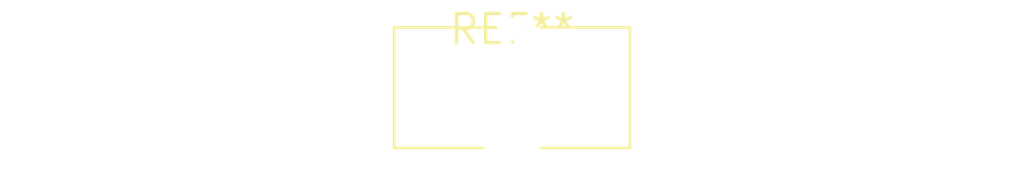
<source format=kicad_pcb>
(kicad_pcb (version 20240108) (generator pcbnew)
  (layers (0 "F.Cu" signal) (31 "B.Cu" signal) (34 "B.Paste" user) (35 "F.Paste" user) (36 "B.SilkS" user "B.Silkscreen") (37 "F.SilkS" user "F.Silkscreen") (38 "B.Mask" user) (39 "F.Mask" user) (44 "Edge.Cuts" user))
  (net 0 "")
  (footprint "L_Toroid_Vertical_L10.0mm_W5.0mm_P5.08mm" (layer "F.Cu") (at 0 0)
    (property "Reference" "REF**")
    (property "Value" "L_Toroid_Vertical_L10.0mm_W5.0mm_P5.08mm")
    (fp_line (start -5.12 -0.08) (end -5.12 5.16) (layer "F.SilkS") (stroke (width 0.12)))
    (fp_line (start -5.12 -0.08) (end -1.255 -0.08) (layer "F.SilkS") (stroke (width 0.12)))
    (fp_line (start -5.12 5.16) (end -1.255 5.16) (layer "F.SilkS") (stroke (width 0.12)))
    (fp_line (start 1.255 -0.08) (end 5.12 -0.08) (layer "F.SilkS") (stroke (width 0.12)))
    (fp_line (start 1.255 5.16) (end 5.12 5.16) (layer "F.SilkS") (stroke (width 0.12)))
    (fp_line (start 5.12 -0.08) (end 5.12 5.16) (layer "F.SilkS") (stroke (width 0.12)))
    (pad "1" thru_hole circle (at 0 0) (size 2 2) (drill 1) (layers *.Cu *.Mask) (remove_unused_layers))
    (pad "2" thru_hole circle (at 0 5.08) (size 2 2) (drill 1) (layers *.Cu *.Mask) (remove_unused_layers))
  )
)
</source>
